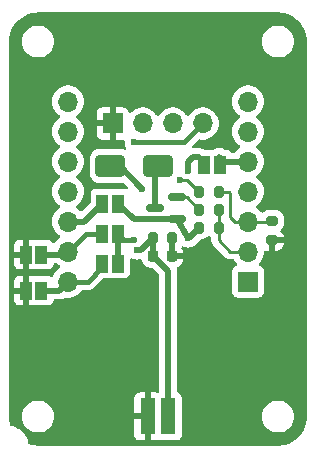
<source format=gbl>
G04 #@! TF.GenerationSoftware,KiCad,Pcbnew,7.0.5-0*
G04 #@! TF.CreationDate,2024-01-10T22:08:28+09:00*
G04 #@! TF.ProjectId,Misawa_DistanceSensor,4d697361-7761-45f4-9469-7374616e6365,v0.3*
G04 #@! TF.SameCoordinates,Original*
G04 #@! TF.FileFunction,Copper,L2,Bot*
G04 #@! TF.FilePolarity,Positive*
%FSLAX46Y46*%
G04 Gerber Fmt 4.6, Leading zero omitted, Abs format (unit mm)*
G04 Created by KiCad (PCBNEW 7.0.5-0) date 2024-01-10 22:08:28*
%MOMM*%
%LPD*%
G01*
G04 APERTURE LIST*
G04 Aperture macros list*
%AMRoundRect*
0 Rectangle with rounded corners*
0 $1 Rounding radius*
0 $2 $3 $4 $5 $6 $7 $8 $9 X,Y pos of 4 corners*
0 Add a 4 corners polygon primitive as box body*
4,1,4,$2,$3,$4,$5,$6,$7,$8,$9,$2,$3,0*
0 Add four circle primitives for the rounded corners*
1,1,$1+$1,$2,$3*
1,1,$1+$1,$4,$5*
1,1,$1+$1,$6,$7*
1,1,$1+$1,$8,$9*
0 Add four rect primitives between the rounded corners*
20,1,$1+$1,$2,$3,$4,$5,0*
20,1,$1+$1,$4,$5,$6,$7,0*
20,1,$1+$1,$6,$7,$8,$9,0*
20,1,$1+$1,$8,$9,$2,$3,0*%
G04 Aperture macros list end*
G04 #@! TA.AperFunction,ComponentPad*
%ADD10R,1.700000X1.700000*%
G04 #@! TD*
G04 #@! TA.AperFunction,ComponentPad*
%ADD11O,1.700000X1.700000*%
G04 #@! TD*
G04 #@! TA.AperFunction,SMDPad,CuDef*
%ADD12RoundRect,0.200000X-0.200000X-0.275000X0.200000X-0.275000X0.200000X0.275000X-0.200000X0.275000X0*%
G04 #@! TD*
G04 #@! TA.AperFunction,SMDPad,CuDef*
%ADD13R,1.000000X1.500000*%
G04 #@! TD*
G04 #@! TA.AperFunction,SMDPad,CuDef*
%ADD14RoundRect,0.225000X-0.225000X-0.250000X0.225000X-0.250000X0.225000X0.250000X-0.225000X0.250000X0*%
G04 #@! TD*
G04 #@! TA.AperFunction,SMDPad,CuDef*
%ADD15RoundRect,0.250000X-1.000000X-0.650000X1.000000X-0.650000X1.000000X0.650000X-1.000000X0.650000X0*%
G04 #@! TD*
G04 #@! TA.AperFunction,SMDPad,CuDef*
%ADD16RoundRect,0.200000X0.200000X0.275000X-0.200000X0.275000X-0.200000X-0.275000X0.200000X-0.275000X0*%
G04 #@! TD*
G04 #@! TA.AperFunction,SMDPad,CuDef*
%ADD17RoundRect,0.200000X-0.275000X0.200000X-0.275000X-0.200000X0.275000X-0.200000X0.275000X0.200000X0*%
G04 #@! TD*
G04 #@! TA.AperFunction,SMDPad,CuDef*
%ADD18RoundRect,0.150000X0.587500X0.150000X-0.587500X0.150000X-0.587500X-0.150000X0.587500X-0.150000X0*%
G04 #@! TD*
G04 #@! TA.AperFunction,SMDPad,CuDef*
%ADD19R,1.250000X3.050000*%
G04 #@! TD*
G04 #@! TA.AperFunction,ViaPad*
%ADD20C,0.600000*%
G04 #@! TD*
G04 #@! TA.AperFunction,Conductor*
%ADD21C,0.500000*%
G04 #@! TD*
G04 #@! TA.AperFunction,Conductor*
%ADD22C,0.250000*%
G04 #@! TD*
G04 #@! TA.AperFunction,Conductor*
%ADD23C,0.400000*%
G04 #@! TD*
G04 APERTURE END LIST*
D10*
X124320000Y-119030000D03*
D11*
X124320000Y-116490000D03*
X124320000Y-113950000D03*
X124320000Y-111410000D03*
X124320000Y-108870000D03*
X124320000Y-106330000D03*
X124320000Y-103790000D03*
X109080000Y-103790000D03*
X109080000Y-106330000D03*
X109080000Y-108870000D03*
X109080000Y-111410000D03*
X109080000Y-113950000D03*
X109080000Y-116490000D03*
X109080000Y-119030000D03*
D12*
X120193000Y-114458000D03*
X121843000Y-114458000D03*
X120193000Y-112934000D03*
X121843000Y-112934000D03*
D13*
X113286000Y-112426000D03*
X111986000Y-112426000D03*
D12*
X116256000Y-115347000D03*
X117906000Y-115347000D03*
D14*
X116293000Y-116871000D03*
X117843000Y-116871000D03*
D13*
X113286000Y-117506000D03*
X111986000Y-117506000D03*
X113286000Y-114966000D03*
X111986000Y-114966000D03*
D15*
X112668000Y-109251000D03*
X116668000Y-109251000D03*
D16*
X121843000Y-111410000D03*
X120193000Y-111410000D03*
D17*
X126352000Y-113887000D03*
X126352000Y-115537000D03*
D18*
X118272500Y-111857000D03*
X118272500Y-113757000D03*
X116397500Y-112807000D03*
D13*
X106809000Y-116744000D03*
X105509000Y-116744000D03*
X106824000Y-119792000D03*
X105524000Y-119792000D03*
X121922000Y-109124000D03*
X120622000Y-109124000D03*
D10*
X112850000Y-105650000D03*
D11*
X115390000Y-105650000D03*
X117930000Y-105650000D03*
X120470000Y-105650000D03*
D19*
X117575000Y-130457000D03*
X115825000Y-130457000D03*
D20*
X126352000Y-118014000D03*
X128130000Y-113950000D03*
X128130000Y-122840000D03*
X105270000Y-108870000D03*
X128130000Y-101250000D03*
X105270000Y-105060000D03*
X105397000Y-114331000D03*
X120764000Y-116871000D03*
X110350000Y-130460000D03*
X128130000Y-105060000D03*
X128130000Y-117760000D03*
X114414000Y-130457000D03*
X128130000Y-108870000D03*
X105270000Y-122840000D03*
X123050000Y-130460000D03*
X105397000Y-118268000D03*
X106413000Y-111918000D03*
X123050000Y-126650000D03*
X110350000Y-126650000D03*
X105270000Y-101250000D03*
X114922000Y-116363000D03*
X115347500Y-111156000D03*
X119240000Y-109632000D03*
X119240000Y-115347000D03*
X114668000Y-115474000D03*
X114668000Y-107219000D03*
X118510500Y-110394000D03*
D21*
X105524000Y-119792000D02*
X105524000Y-122586000D01*
X105509000Y-116744000D02*
X105509000Y-118156000D01*
X105509000Y-118156000D02*
X105397000Y-118268000D01*
X117906000Y-115347000D02*
X117906000Y-116808000D01*
D22*
X126352000Y-115537000D02*
X126352000Y-118014000D01*
D21*
X117843000Y-116871000D02*
X120764000Y-116871000D01*
X117906000Y-116808000D02*
X117843000Y-116871000D01*
X105524000Y-122586000D02*
X105270000Y-122840000D01*
X115825000Y-130457000D02*
X114414000Y-130457000D01*
X114922000Y-116363000D02*
X115240000Y-116363000D01*
X116293000Y-116871000D02*
X117575000Y-118153000D01*
X116256000Y-115347000D02*
X116256000Y-116834000D01*
X117575000Y-118153000D02*
X117575000Y-130457000D01*
X115240000Y-116363000D02*
X116256000Y-115347000D01*
X113442500Y-109251000D02*
X115347500Y-111156000D01*
X116256000Y-116834000D02*
X116293000Y-116871000D01*
X112668000Y-109251000D02*
X113442500Y-109251000D01*
X116397500Y-112807000D02*
X116397500Y-109521500D01*
X116397500Y-109521500D02*
X116668000Y-109251000D01*
D22*
X118333500Y-111918000D02*
X118272500Y-111857000D01*
X119116000Y-111857000D02*
X120193000Y-112934000D01*
X118272500Y-111857000D02*
X119116000Y-111857000D01*
X118338500Y-113823000D02*
X118272500Y-113757000D01*
D21*
X120193000Y-114331000D02*
X120193000Y-114394000D01*
X119240000Y-115347000D02*
X119304000Y-115347000D01*
X119621000Y-108489000D02*
X120193000Y-108489000D01*
X113337000Y-112426000D02*
X114668000Y-113757000D01*
X113286000Y-112426000D02*
X113337000Y-112426000D01*
X119240000Y-115347000D02*
X118272500Y-113757000D01*
X119304000Y-115347000D02*
X120193000Y-114458000D01*
X119240000Y-108870000D02*
X119621000Y-108489000D01*
X119240000Y-109632000D02*
X119240000Y-108870000D01*
X119240000Y-115347000D02*
X119240000Y-115258500D01*
X114668000Y-113757000D02*
X118272500Y-113757000D01*
D22*
X121843000Y-115537000D02*
X121843000Y-114458000D01*
X124320000Y-116490000D02*
X122796000Y-116490000D01*
X121843000Y-114458000D02*
X121843000Y-112934000D01*
X122796000Y-116490000D02*
X121843000Y-115537000D01*
X122669000Y-111410000D02*
X121843000Y-111410000D01*
X126289000Y-113950000D02*
X126352000Y-113887000D01*
X122796000Y-111537000D02*
X122669000Y-111410000D01*
X124320000Y-113950000D02*
X126289000Y-113950000D01*
X123177000Y-113950000D02*
X122796000Y-113569000D01*
X122796000Y-113569000D02*
X122796000Y-111537000D01*
X124320000Y-113950000D02*
X123177000Y-113950000D01*
D21*
X108318000Y-119792000D02*
X109080000Y-119030000D01*
D23*
X110731000Y-119030000D02*
X111986000Y-117775000D01*
X111986000Y-117775000D02*
X111986000Y-117506000D01*
X109080000Y-119030000D02*
X110731000Y-119030000D01*
D21*
X106824000Y-119792000D02*
X108318000Y-119792000D01*
X108826000Y-116744000D02*
X109080000Y-116490000D01*
D23*
X110604000Y-114966000D02*
X111986000Y-114966000D01*
D21*
X106809000Y-116744000D02*
X108826000Y-116744000D01*
D23*
X109080000Y-116490000D02*
X110604000Y-114966000D01*
D21*
X124320000Y-108870000D02*
X122224000Y-108870000D01*
X122224000Y-108870000D02*
X121843000Y-108489000D01*
D23*
X114668000Y-115474000D02*
X113794000Y-115474000D01*
X113794000Y-115474000D02*
X113286000Y-114966000D01*
D21*
X113286000Y-117506000D02*
X113286000Y-114966000D01*
D23*
X114668000Y-107219000D02*
X118901000Y-107219000D01*
X118901000Y-107219000D02*
X120470000Y-105650000D01*
D21*
X109080000Y-113950000D02*
X110462000Y-113950000D01*
X110462000Y-113950000D02*
X111986000Y-112426000D01*
D22*
X119177000Y-110394000D02*
X120193000Y-111410000D01*
X118510500Y-110394000D02*
X119177000Y-110394000D01*
G04 #@! TA.AperFunction,Conductor*
G36*
X126815019Y-96247237D02*
G01*
X126815049Y-96247242D01*
X126835469Y-96247242D01*
X126858097Y-96247242D01*
X126861900Y-96247356D01*
X127153055Y-96264968D01*
X127160597Y-96265884D01*
X127445639Y-96318120D01*
X127453012Y-96319937D01*
X127724439Y-96404518D01*
X127729667Y-96406147D01*
X127736777Y-96408843D01*
X128001031Y-96527774D01*
X128007763Y-96531308D01*
X128255756Y-96681225D01*
X128262004Y-96685539D01*
X128490118Y-96864254D01*
X128495800Y-96869288D01*
X128700710Y-97074198D01*
X128705746Y-97079882D01*
X128796021Y-97195110D01*
X128884456Y-97307989D01*
X128888776Y-97314247D01*
X128916133Y-97359500D01*
X129038691Y-97562236D01*
X129042228Y-97568974D01*
X129160873Y-97832593D01*
X129161152Y-97833212D01*
X129163852Y-97840332D01*
X129250060Y-98116982D01*
X129251883Y-98124376D01*
X129304114Y-98409395D01*
X129305032Y-98416954D01*
X129322643Y-98708097D01*
X129322758Y-98711902D01*
X129322758Y-98734535D01*
X129324500Y-130448359D01*
X129324500Y-130458097D01*
X129324385Y-130461902D01*
X129306761Y-130753255D01*
X129305843Y-130760814D01*
X129253574Y-131046039D01*
X129251752Y-131053432D01*
X129165481Y-131330285D01*
X129162781Y-131337406D01*
X129043773Y-131601827D01*
X129040234Y-131608569D01*
X128890217Y-131856731D01*
X128885891Y-131862999D01*
X128707053Y-132091268D01*
X128702004Y-132096967D01*
X128496967Y-132302004D01*
X128491268Y-132307053D01*
X128262999Y-132485891D01*
X128256731Y-132490217D01*
X128008569Y-132640234D01*
X128001827Y-132643773D01*
X127836304Y-132718270D01*
X127763389Y-132751087D01*
X127737406Y-132762781D01*
X127730285Y-132765481D01*
X127453432Y-132851752D01*
X127446039Y-132853574D01*
X127160814Y-132905843D01*
X127153255Y-132906761D01*
X126898975Y-132922142D01*
X126861900Y-132924385D01*
X126858097Y-132924500D01*
X106541903Y-132924500D01*
X106538099Y-132924385D01*
X106494246Y-132921732D01*
X106246744Y-132906761D01*
X106239185Y-132905843D01*
X106056466Y-132872358D01*
X105953956Y-132853573D01*
X105946566Y-132851751D01*
X105807543Y-132808430D01*
X105748457Y-132769067D01*
X105722187Y-132716173D01*
X105705662Y-132643773D01*
X105669434Y-132485048D01*
X105574039Y-132241983D01*
X105452025Y-132030649D01*
X105443483Y-132015854D01*
X105319190Y-131859996D01*
X105280679Y-131811704D01*
X105089268Y-131634101D01*
X105089171Y-131634035D01*
X104922488Y-131520391D01*
X104873526Y-131487009D01*
X104873523Y-131487008D01*
X104873521Y-131487006D01*
X104873520Y-131487005D01*
X104638270Y-131373716D01*
X104638263Y-131373713D01*
X104388765Y-131296753D01*
X104388755Y-131296751D01*
X104293988Y-131282467D01*
X104229609Y-131252535D01*
X104192474Y-131195360D01*
X104148243Y-131053417D01*
X104146429Y-131046055D01*
X104094155Y-130760807D01*
X104093239Y-130753265D01*
X104075613Y-130461869D01*
X104075557Y-130460000D01*
X105184341Y-130460000D01*
X105204937Y-130695411D01*
X105266096Y-130923661D01*
X105266098Y-130923665D01*
X105365966Y-131137832D01*
X105501498Y-131331392D01*
X105501502Y-131331397D01*
X105501505Y-131331401D01*
X105668599Y-131498495D01*
X105668603Y-131498498D01*
X105668607Y-131498501D01*
X105862167Y-131634033D01*
X105862166Y-131634033D01*
X105938304Y-131669536D01*
X106076337Y-131733903D01*
X106304592Y-131795063D01*
X106481034Y-131810500D01*
X106481041Y-131810500D01*
X106598959Y-131810500D01*
X106598966Y-131810500D01*
X106775408Y-131795063D01*
X107003663Y-131733903D01*
X107217829Y-131634035D01*
X107411401Y-131498495D01*
X107578495Y-131331401D01*
X107714035Y-131137830D01*
X107813903Y-130923663D01*
X107870885Y-130711000D01*
X114692000Y-130711000D01*
X114692000Y-132030597D01*
X114698505Y-132091093D01*
X114749555Y-132227964D01*
X114749555Y-132227965D01*
X114837095Y-132344904D01*
X114954034Y-132432444D01*
X115090906Y-132483494D01*
X115151402Y-132489999D01*
X115151415Y-132490000D01*
X115571000Y-132490000D01*
X115571000Y-130711000D01*
X114692000Y-130711000D01*
X107870885Y-130711000D01*
X107875063Y-130695408D01*
X107895659Y-130460000D01*
X107875063Y-130224592D01*
X107869278Y-130203000D01*
X114692000Y-130203000D01*
X115571000Y-130203000D01*
X115571000Y-128424000D01*
X115151402Y-128424000D01*
X115090906Y-128430505D01*
X114954035Y-128481555D01*
X114954034Y-128481555D01*
X114837095Y-128569095D01*
X114749555Y-128686034D01*
X114749555Y-128686035D01*
X114698505Y-128822906D01*
X114692000Y-128883402D01*
X114692000Y-130203000D01*
X107869278Y-130203000D01*
X107813903Y-129996337D01*
X107714035Y-129782171D01*
X107714034Y-129782169D01*
X107714033Y-129782167D01*
X107578501Y-129588607D01*
X107578497Y-129588602D01*
X107578495Y-129588599D01*
X107411401Y-129421505D01*
X107411397Y-129421502D01*
X107411392Y-129421498D01*
X107217832Y-129285966D01*
X107217833Y-129285966D01*
X107003665Y-129186098D01*
X107003661Y-129186096D01*
X106775411Y-129124937D01*
X106722475Y-129120305D01*
X106598966Y-129109500D01*
X106481034Y-129109500D01*
X106368752Y-129119323D01*
X106304588Y-129124937D01*
X106076338Y-129186096D01*
X106076334Y-129186098D01*
X105862167Y-129285966D01*
X105668607Y-129421498D01*
X105668596Y-129421507D01*
X105501507Y-129588596D01*
X105501502Y-129588602D01*
X105365965Y-129782169D01*
X105266098Y-129996334D01*
X105266096Y-129996338D01*
X105204937Y-130224588D01*
X105184341Y-130460000D01*
X104075557Y-130460000D01*
X104075500Y-130458126D01*
X104075500Y-130435469D01*
X104075500Y-120046000D01*
X104516000Y-120046000D01*
X104516000Y-120590597D01*
X104522505Y-120651093D01*
X104573555Y-120787964D01*
X104573555Y-120787965D01*
X104661095Y-120904904D01*
X104778034Y-120992444D01*
X104914906Y-121043494D01*
X104975402Y-121049999D01*
X104975415Y-121050000D01*
X105270000Y-121050000D01*
X105270000Y-120046000D01*
X104516000Y-120046000D01*
X104075500Y-120046000D01*
X104075500Y-119538000D01*
X104516000Y-119538000D01*
X105270000Y-119538000D01*
X105270000Y-118534000D01*
X104975402Y-118534000D01*
X104914906Y-118540505D01*
X104778035Y-118591555D01*
X104778034Y-118591555D01*
X104661095Y-118679095D01*
X104573555Y-118796034D01*
X104573555Y-118796035D01*
X104522505Y-118932906D01*
X104516000Y-118993402D01*
X104516000Y-119538000D01*
X104075500Y-119538000D01*
X104075500Y-116998000D01*
X104501000Y-116998000D01*
X104501000Y-117542597D01*
X104507505Y-117603093D01*
X104558555Y-117739964D01*
X104558555Y-117739965D01*
X104646095Y-117856904D01*
X104763034Y-117944444D01*
X104899906Y-117995494D01*
X104960402Y-118001999D01*
X104960415Y-118002000D01*
X105255000Y-118002000D01*
X105763000Y-118002000D01*
X106057585Y-118002000D01*
X106057597Y-118001999D01*
X106118094Y-117995494D01*
X106125770Y-117993681D01*
X106126333Y-117996065D01*
X106185059Y-117991862D01*
X106196309Y-117995164D01*
X106199798Y-117995989D01*
X106260350Y-118002499D01*
X106260355Y-118002499D01*
X106260362Y-118002500D01*
X106260368Y-118002500D01*
X107357632Y-118002500D01*
X107357638Y-118002500D01*
X107357645Y-118002499D01*
X107357649Y-118002499D01*
X107418196Y-117995990D01*
X107418199Y-117995989D01*
X107418201Y-117995989D01*
X107555204Y-117944889D01*
X107555799Y-117944444D01*
X107672261Y-117857261D01*
X107759887Y-117740207D01*
X107759887Y-117740206D01*
X107759889Y-117740204D01*
X107810989Y-117603201D01*
X107810989Y-117603199D01*
X107811859Y-117599522D01*
X107813316Y-117596963D01*
X107813744Y-117595816D01*
X107813929Y-117595885D01*
X107846991Y-117537827D01*
X107909901Y-117504921D01*
X107934481Y-117502500D01*
X108125830Y-117502500D01*
X108193951Y-117522502D01*
X108203221Y-117529069D01*
X108298464Y-117603200D01*
X108334424Y-117631189D01*
X108367680Y-117649186D01*
X108418071Y-117699200D01*
X108433423Y-117768516D01*
X108408862Y-117835129D01*
X108367680Y-117870813D01*
X108334426Y-117888810D01*
X108334424Y-117888811D01*
X108156762Y-118027091D01*
X108004279Y-118192729D01*
X108004275Y-118192734D01*
X107881139Y-118381209D01*
X107798749Y-118569040D01*
X107753068Y-118623388D01*
X107685256Y-118644412D01*
X107616842Y-118625436D01*
X107607853Y-118619294D01*
X107570207Y-118591112D01*
X107570202Y-118591110D01*
X107433204Y-118540011D01*
X107433196Y-118540009D01*
X107372649Y-118533500D01*
X107372638Y-118533500D01*
X106275362Y-118533500D01*
X106275350Y-118533500D01*
X106214804Y-118540009D01*
X106207133Y-118541823D01*
X106206663Y-118539836D01*
X106146486Y-118544133D01*
X106138398Y-118541758D01*
X106133096Y-118540505D01*
X106072597Y-118534000D01*
X105778000Y-118534000D01*
X105778000Y-121050000D01*
X106072585Y-121050000D01*
X106072597Y-121049999D01*
X106133094Y-121043494D01*
X106140770Y-121041681D01*
X106141333Y-121044065D01*
X106200059Y-121039862D01*
X106211309Y-121043164D01*
X106214798Y-121043989D01*
X106275350Y-121050499D01*
X106275355Y-121050499D01*
X106275362Y-121050500D01*
X106275368Y-121050500D01*
X107372632Y-121050500D01*
X107372638Y-121050500D01*
X107372645Y-121050499D01*
X107372649Y-121050499D01*
X107433196Y-121043990D01*
X107433199Y-121043989D01*
X107433201Y-121043989D01*
X107570204Y-120992889D01*
X107570799Y-120992444D01*
X107687261Y-120905261D01*
X107774887Y-120788207D01*
X107774887Y-120788206D01*
X107774889Y-120788204D01*
X107825989Y-120651201D01*
X107825989Y-120651199D01*
X107826859Y-120647522D01*
X107828316Y-120644963D01*
X107828744Y-120643816D01*
X107828929Y-120643885D01*
X107861991Y-120585827D01*
X107924901Y-120552921D01*
X107949481Y-120550500D01*
X108253559Y-120550500D01*
X108271819Y-120551830D01*
X108276715Y-120552547D01*
X108295789Y-120555341D01*
X108329146Y-120552422D01*
X108348385Y-120550740D01*
X108353878Y-120550500D01*
X108362175Y-120550500D01*
X108362180Y-120550500D01*
X108384230Y-120547922D01*
X108394182Y-120546759D01*
X108395985Y-120546574D01*
X108472426Y-120539887D01*
X108472430Y-120539885D01*
X108479618Y-120538402D01*
X108479631Y-120538468D01*
X108486987Y-120536836D01*
X108486972Y-120536771D01*
X108494102Y-120535080D01*
X108494113Y-120535079D01*
X108566239Y-120508826D01*
X108567862Y-120508261D01*
X108640738Y-120484114D01*
X108640747Y-120484108D01*
X108647389Y-120481012D01*
X108647418Y-120481074D01*
X108654203Y-120477789D01*
X108654173Y-120477729D01*
X108660724Y-120474437D01*
X108660732Y-120474435D01*
X108724883Y-120432240D01*
X108726348Y-120431307D01*
X108791651Y-120391030D01*
X108791654Y-120391026D01*
X108792064Y-120390774D01*
X108860543Y-120372038D01*
X108878938Y-120373733D01*
X108967431Y-120388500D01*
X108967435Y-120388500D01*
X109192565Y-120388500D01*
X109192569Y-120388500D01*
X109414635Y-120351444D01*
X109627574Y-120278342D01*
X109825576Y-120171189D01*
X110003240Y-120032906D01*
X110155722Y-119867268D01*
X110202554Y-119795585D01*
X110256558Y-119749496D01*
X110308038Y-119738500D01*
X110707685Y-119738500D01*
X110711488Y-119738614D01*
X110774093Y-119742402D01*
X110835812Y-119731091D01*
X110839525Y-119730526D01*
X110901801Y-119722965D01*
X110911330Y-119719350D01*
X110933304Y-119713226D01*
X110943329Y-119711389D01*
X111000552Y-119685634D01*
X111004009Y-119684202D01*
X111062675Y-119661954D01*
X111071066Y-119656161D01*
X111090922Y-119644961D01*
X111100226Y-119640775D01*
X111149636Y-119602063D01*
X111152621Y-119599867D01*
X111204273Y-119564215D01*
X111245888Y-119517239D01*
X111248457Y-119514511D01*
X111961565Y-118801404D01*
X112023878Y-118767379D01*
X112050661Y-118764500D01*
X112534632Y-118764500D01*
X112534638Y-118764500D01*
X112595201Y-118757989D01*
X112595204Y-118757987D01*
X112602878Y-118756175D01*
X112603399Y-118758382D01*
X112662754Y-118754123D01*
X112672304Y-118756926D01*
X112676803Y-118757990D01*
X112737350Y-118764499D01*
X112737355Y-118764499D01*
X112737362Y-118764500D01*
X112737368Y-118764500D01*
X113834632Y-118764500D01*
X113834638Y-118764500D01*
X113834645Y-118764499D01*
X113834649Y-118764499D01*
X113895196Y-118757990D01*
X113895199Y-118757989D01*
X113895201Y-118757989D01*
X113900065Y-118756175D01*
X113914045Y-118750960D01*
X114032204Y-118706889D01*
X114069333Y-118679095D01*
X114149261Y-118619261D01*
X114236887Y-118502207D01*
X114236887Y-118502206D01*
X114236889Y-118502204D01*
X114287989Y-118365201D01*
X114294500Y-118304638D01*
X114294500Y-117151552D01*
X114314502Y-117083431D01*
X114368158Y-117036938D01*
X114438432Y-117026834D01*
X114487534Y-117044864D01*
X114568985Y-117096043D01*
X114740953Y-117156217D01*
X114922000Y-117176616D01*
X115103047Y-117156217D01*
X115168693Y-117133246D01*
X115213956Y-117126229D01*
X115217781Y-117126339D01*
X115217789Y-117126341D01*
X115217796Y-117126340D01*
X115219922Y-117126402D01*
X115287435Y-117148370D01*
X115332353Y-117203351D01*
X115341617Y-117239540D01*
X115344763Y-117270333D01*
X115344764Y-117270336D01*
X115398698Y-117433101D01*
X115444756Y-117507772D01*
X115488715Y-117579040D01*
X115488720Y-117579046D01*
X115609953Y-117700279D01*
X115609959Y-117700284D01*
X115609960Y-117700285D01*
X115755899Y-117790302D01*
X115918664Y-117844236D01*
X115938756Y-117846288D01*
X116019120Y-117854500D01*
X116019128Y-117854500D01*
X116151628Y-117854500D01*
X116219749Y-117874502D01*
X116240723Y-117891404D01*
X116779595Y-118430275D01*
X116813620Y-118492588D01*
X116816500Y-118519371D01*
X116816500Y-128345037D01*
X116796498Y-128413158D01*
X116742842Y-128459651D01*
X116672568Y-128469755D01*
X116646469Y-128463093D01*
X116559095Y-128430505D01*
X116559096Y-128430505D01*
X116498597Y-128424000D01*
X116079000Y-128424000D01*
X116079000Y-132490000D01*
X116498585Y-132490000D01*
X116498597Y-132489999D01*
X116559092Y-132483494D01*
X116655252Y-132447629D01*
X116726068Y-132442564D01*
X116743318Y-132447630D01*
X116840795Y-132483988D01*
X116840803Y-132483990D01*
X116901350Y-132490499D01*
X116901355Y-132490499D01*
X116901362Y-132490500D01*
X116901368Y-132490500D01*
X118248632Y-132490500D01*
X118248638Y-132490500D01*
X118248645Y-132490499D01*
X118248649Y-132490499D01*
X118309196Y-132483990D01*
X118309199Y-132483989D01*
X118309201Y-132483989D01*
X118446204Y-132432889D01*
X118446799Y-132432444D01*
X118563261Y-132345261D01*
X118650887Y-132228207D01*
X118650887Y-132228206D01*
X118650889Y-132228204D01*
X118701989Y-132091201D01*
X118703926Y-132073190D01*
X118708499Y-132030649D01*
X118708500Y-132030632D01*
X118708500Y-130460000D01*
X125504341Y-130460000D01*
X125524937Y-130695411D01*
X125586096Y-130923661D01*
X125586098Y-130923665D01*
X125685966Y-131137832D01*
X125821498Y-131331392D01*
X125821502Y-131331397D01*
X125821505Y-131331401D01*
X125988599Y-131498495D01*
X125988603Y-131498498D01*
X125988607Y-131498501D01*
X126182167Y-131634033D01*
X126182166Y-131634033D01*
X126258304Y-131669536D01*
X126396337Y-131733903D01*
X126624592Y-131795063D01*
X126801034Y-131810500D01*
X126801041Y-131810500D01*
X126918959Y-131810500D01*
X126918966Y-131810500D01*
X127095408Y-131795063D01*
X127323663Y-131733903D01*
X127537829Y-131634035D01*
X127731401Y-131498495D01*
X127898495Y-131331401D01*
X128034035Y-131137830D01*
X128133903Y-130923663D01*
X128195063Y-130695408D01*
X128215659Y-130460000D01*
X128195063Y-130224592D01*
X128133903Y-129996337D01*
X128034035Y-129782171D01*
X128034034Y-129782169D01*
X128034033Y-129782167D01*
X127898501Y-129588607D01*
X127898497Y-129588602D01*
X127898495Y-129588599D01*
X127731401Y-129421505D01*
X127731397Y-129421502D01*
X127731392Y-129421498D01*
X127537832Y-129285966D01*
X127537833Y-129285966D01*
X127323665Y-129186098D01*
X127323661Y-129186096D01*
X127095411Y-129124937D01*
X127042475Y-129120305D01*
X126918966Y-129109500D01*
X126801034Y-129109500D01*
X126688752Y-129119323D01*
X126624588Y-129124937D01*
X126396338Y-129186096D01*
X126396334Y-129186098D01*
X126182167Y-129285966D01*
X125988607Y-129421498D01*
X125988596Y-129421507D01*
X125821507Y-129588596D01*
X125821502Y-129588602D01*
X125685965Y-129782169D01*
X125586098Y-129996334D01*
X125586096Y-129996338D01*
X125524937Y-130224588D01*
X125504341Y-130460000D01*
X118708500Y-130460000D01*
X118708500Y-128883367D01*
X118708499Y-128883350D01*
X118701990Y-128822803D01*
X118701988Y-128822795D01*
X118650978Y-128686035D01*
X118650889Y-128685796D01*
X118650888Y-128685794D01*
X118650887Y-128685792D01*
X118563261Y-128568738D01*
X118446207Y-128481112D01*
X118446204Y-128481111D01*
X118415466Y-128469646D01*
X118358631Y-128427099D01*
X118333821Y-128360578D01*
X118333500Y-128351591D01*
X118333500Y-118217441D01*
X118334830Y-118199182D01*
X118335940Y-118191600D01*
X118338341Y-118175211D01*
X118335875Y-118147027D01*
X118333740Y-118122614D01*
X118333500Y-118117121D01*
X118333500Y-118108813D01*
X118329759Y-118076822D01*
X118329575Y-118075033D01*
X118322887Y-117998574D01*
X118322885Y-117998570D01*
X118321403Y-117991388D01*
X118321469Y-117991374D01*
X118319837Y-117984012D01*
X118319772Y-117984028D01*
X118318080Y-117976890D01*
X118308336Y-117950119D01*
X118303833Y-117879266D01*
X118338350Y-117817225D01*
X118373496Y-117792825D01*
X118379891Y-117789843D01*
X118525728Y-117699890D01*
X118525734Y-117699885D01*
X118646885Y-117578734D01*
X118646890Y-117578728D01*
X118736847Y-117432884D01*
X118790742Y-117270241D01*
X118790744Y-117270229D01*
X118800999Y-117169852D01*
X118801000Y-117169852D01*
X118801000Y-117125000D01*
X117715000Y-117125000D01*
X117646879Y-117104998D01*
X117600386Y-117051342D01*
X117589000Y-116999000D01*
X117589000Y-115963191D01*
X117609002Y-115895070D01*
X117625905Y-115874096D01*
X117652000Y-115848001D01*
X117652000Y-115219000D01*
X117672002Y-115150879D01*
X117725658Y-115104386D01*
X117778000Y-115093000D01*
X118034000Y-115093000D01*
X118102121Y-115113002D01*
X118148614Y-115166658D01*
X118160000Y-115219000D01*
X118160000Y-116254808D01*
X118139998Y-116322929D01*
X118123096Y-116343903D01*
X118097000Y-116369999D01*
X118097000Y-116617000D01*
X118801000Y-116617000D01*
X118801000Y-116572147D01*
X118790744Y-116471770D01*
X118790742Y-116471758D01*
X118736847Y-116309115D01*
X118695484Y-116242055D01*
X118676747Y-116173576D01*
X118698006Y-116105837D01*
X118752513Y-116060345D01*
X118822962Y-116051544D01*
X118869761Y-116069221D01*
X118884150Y-116078261D01*
X118886985Y-116080043D01*
X119058953Y-116140217D01*
X119240000Y-116160616D01*
X119421047Y-116140217D01*
X119593015Y-116080043D01*
X119747281Y-115983111D01*
X119876111Y-115854281D01*
X119879903Y-115848244D01*
X119897491Y-115826188D01*
X120245278Y-115478401D01*
X120307588Y-115444378D01*
X120334371Y-115441499D01*
X120450262Y-115441499D01*
X120450264Y-115441499D01*
X120521649Y-115435013D01*
X120685913Y-115383827D01*
X120833155Y-115294816D01*
X120863404Y-115264567D01*
X120928905Y-115199067D01*
X120991217Y-115165041D01*
X121062032Y-115170106D01*
X121107095Y-115199067D01*
X121172595Y-115264567D01*
X121206621Y-115326879D01*
X121209500Y-115353662D01*
X121209500Y-115453146D01*
X121207751Y-115468988D01*
X121208044Y-115469016D01*
X121207298Y-115476908D01*
X121209469Y-115545974D01*
X121209500Y-115547953D01*
X121209500Y-115576851D01*
X121209501Y-115576872D01*
X121210378Y-115583820D01*
X121210844Y-115589732D01*
X121212326Y-115636888D01*
X121212327Y-115636893D01*
X121217977Y-115656339D01*
X121221986Y-115675697D01*
X121224525Y-115695793D01*
X121224526Y-115695799D01*
X121241893Y-115739662D01*
X121243816Y-115745279D01*
X121256982Y-115790593D01*
X121267294Y-115808031D01*
X121275988Y-115825779D01*
X121283444Y-115844609D01*
X121283450Y-115844620D01*
X121311177Y-115882783D01*
X121314437Y-115887746D01*
X121338460Y-115928365D01*
X121352779Y-115942684D01*
X121365617Y-115957714D01*
X121368882Y-115962207D01*
X121377528Y-115974107D01*
X121391300Y-115985500D01*
X121413886Y-116004185D01*
X121418267Y-116008171D01*
X121855094Y-116444998D01*
X122288753Y-116878657D01*
X122298720Y-116891097D01*
X122298947Y-116890910D01*
X122303999Y-116897017D01*
X122354388Y-116944335D01*
X122355777Y-116945681D01*
X122376231Y-116966135D01*
X122381770Y-116970431D01*
X122386282Y-116974285D01*
X122420678Y-117006585D01*
X122420682Y-117006588D01*
X122438430Y-117016345D01*
X122454957Y-117027201D01*
X122470960Y-117039614D01*
X122514259Y-117058351D01*
X122519585Y-117060960D01*
X122560935Y-117083693D01*
X122560938Y-117083694D01*
X122560940Y-117083695D01*
X122580562Y-117088733D01*
X122599263Y-117095135D01*
X122611814Y-117100567D01*
X122617852Y-117103180D01*
X122617853Y-117103180D01*
X122617855Y-117103181D01*
X122664477Y-117110564D01*
X122670262Y-117111763D01*
X122715970Y-117123500D01*
X122736224Y-117123500D01*
X122755934Y-117125051D01*
X122758141Y-117125400D01*
X122775943Y-117128220D01*
X122810007Y-117125000D01*
X122822917Y-117123780D01*
X122828850Y-117123500D01*
X123042962Y-117123500D01*
X123111083Y-117143502D01*
X123148445Y-117180585D01*
X123244275Y-117327265D01*
X123244280Y-117327270D01*
X123387475Y-117482820D01*
X123418896Y-117546485D01*
X123410909Y-117617031D01*
X123366051Y-117672060D01*
X123338807Y-117686213D01*
X123223797Y-117729110D01*
X123223792Y-117729112D01*
X123106738Y-117816738D01*
X123019112Y-117933792D01*
X123019110Y-117933797D01*
X122968011Y-118070795D01*
X122968009Y-118070803D01*
X122961500Y-118131350D01*
X122961500Y-119928649D01*
X122968009Y-119989196D01*
X122968011Y-119989204D01*
X123019110Y-120126202D01*
X123019112Y-120126207D01*
X123106738Y-120243261D01*
X123223792Y-120330887D01*
X123223794Y-120330888D01*
X123223796Y-120330889D01*
X123278900Y-120351442D01*
X123360795Y-120381988D01*
X123360803Y-120381990D01*
X123421350Y-120388499D01*
X123421355Y-120388499D01*
X123421362Y-120388500D01*
X123421368Y-120388500D01*
X125218632Y-120388500D01*
X125218638Y-120388500D01*
X125218645Y-120388499D01*
X125218649Y-120388499D01*
X125279196Y-120381990D01*
X125279199Y-120381989D01*
X125279201Y-120381989D01*
X125416204Y-120330889D01*
X125486399Y-120278342D01*
X125533261Y-120243261D01*
X125620887Y-120126207D01*
X125620887Y-120126206D01*
X125620889Y-120126204D01*
X125671989Y-119989201D01*
X125678500Y-119928638D01*
X125678500Y-118131362D01*
X125677560Y-118122614D01*
X125671990Y-118070803D01*
X125671988Y-118070795D01*
X125626977Y-117950119D01*
X125620889Y-117933796D01*
X125620888Y-117933794D01*
X125620887Y-117933792D01*
X125533261Y-117816738D01*
X125416207Y-117729112D01*
X125416203Y-117729110D01*
X125301192Y-117686213D01*
X125244356Y-117643667D01*
X125219546Y-117577146D01*
X125234638Y-117507772D01*
X125252525Y-117482820D01*
X125395714Y-117327277D01*
X125395724Y-117327265D01*
X125432919Y-117270333D01*
X125518860Y-117138791D01*
X125609296Y-116932616D01*
X125664564Y-116714368D01*
X125681011Y-116515877D01*
X125706569Y-116449646D01*
X125763881Y-116407743D01*
X125834749Y-116403476D01*
X125844066Y-116405992D01*
X125948447Y-116438518D01*
X126019777Y-116444999D01*
X126097999Y-116444998D01*
X126098000Y-116444998D01*
X126098000Y-115791000D01*
X126606000Y-115791000D01*
X126606000Y-116444999D01*
X126684222Y-116444999D01*
X126755553Y-116438518D01*
X126919706Y-116387366D01*
X127066840Y-116298421D01*
X127066850Y-116298413D01*
X127188413Y-116176850D01*
X127188421Y-116176840D01*
X127277366Y-116029706D01*
X127328518Y-115865553D01*
X127328518Y-115865552D01*
X127335000Y-115794222D01*
X127335000Y-115791000D01*
X126606000Y-115791000D01*
X126098000Y-115791000D01*
X126098000Y-115409000D01*
X126118002Y-115340879D01*
X126171658Y-115294386D01*
X126224000Y-115283000D01*
X127334999Y-115283000D01*
X127334999Y-115279778D01*
X127328518Y-115208446D01*
X127277366Y-115044293D01*
X127188421Y-114897159D01*
X127188413Y-114897149D01*
X127092713Y-114801449D01*
X127058687Y-114739137D01*
X127063752Y-114668322D01*
X127092713Y-114623259D01*
X127188811Y-114527160D01*
X127188816Y-114527155D01*
X127277827Y-114379913D01*
X127329013Y-114215649D01*
X127335500Y-114144265D01*
X127335499Y-113629736D01*
X127329013Y-113558351D01*
X127277827Y-113394087D01*
X127188816Y-113246845D01*
X127188815Y-113246844D01*
X127188811Y-113246839D01*
X127067160Y-113125188D01*
X127067155Y-113125184D01*
X126919913Y-113036173D01*
X126919912Y-113036172D01*
X126919911Y-113036172D01*
X126919906Y-113036170D01*
X126755646Y-112984986D01*
X126703722Y-112980268D01*
X126684265Y-112978500D01*
X126684262Y-112978500D01*
X126019738Y-112978500D01*
X125948353Y-112984986D01*
X125948352Y-112984986D01*
X125784093Y-113036170D01*
X125784088Y-113036172D01*
X125636844Y-113125184D01*
X125605637Y-113156391D01*
X125543325Y-113190415D01*
X125472509Y-113185349D01*
X125415674Y-113142802D01*
X125411059Y-113136207D01*
X125395725Y-113112736D01*
X125395720Y-113112729D01*
X125272152Y-112978501D01*
X125243240Y-112947094D01*
X125243239Y-112947093D01*
X125243237Y-112947091D01*
X125083163Y-112822500D01*
X125065576Y-112808811D01*
X125032319Y-112790813D01*
X124981929Y-112740802D01*
X124966576Y-112671485D01*
X124991136Y-112604872D01*
X125032320Y-112569186D01*
X125065576Y-112551189D01*
X125243240Y-112412906D01*
X125395722Y-112247268D01*
X125518860Y-112058791D01*
X125609296Y-111852616D01*
X125664564Y-111634368D01*
X125683156Y-111410000D01*
X125664564Y-111185632D01*
X125633582Y-111063288D01*
X125609297Y-110967387D01*
X125609296Y-110967386D01*
X125609296Y-110967384D01*
X125518860Y-110761209D01*
X125488712Y-110715064D01*
X125395724Y-110572734D01*
X125395720Y-110572729D01*
X125267076Y-110432987D01*
X125243240Y-110407094D01*
X125243239Y-110407093D01*
X125243237Y-110407091D01*
X125137620Y-110324886D01*
X125065576Y-110268811D01*
X125065569Y-110268807D01*
X125032318Y-110250812D01*
X124981928Y-110200798D01*
X124966576Y-110131481D01*
X124991137Y-110064869D01*
X125032315Y-110029188D01*
X125065576Y-110011189D01*
X125243240Y-109872906D01*
X125395722Y-109707268D01*
X125518860Y-109518791D01*
X125609296Y-109312616D01*
X125664564Y-109094368D01*
X125683156Y-108870000D01*
X125664564Y-108645632D01*
X125621266Y-108474652D01*
X125609297Y-108427387D01*
X125609296Y-108427386D01*
X125609296Y-108427384D01*
X125518860Y-108221209D01*
X125452490Y-108119622D01*
X125395724Y-108032734D01*
X125395720Y-108032729D01*
X125277214Y-107903999D01*
X125243240Y-107867094D01*
X125243239Y-107867093D01*
X125243237Y-107867091D01*
X125130432Y-107779291D01*
X125065576Y-107728811D01*
X125065572Y-107728808D01*
X125065571Y-107728808D01*
X125065569Y-107728807D01*
X125032318Y-107710812D01*
X124981928Y-107660798D01*
X124966576Y-107591481D01*
X124991137Y-107524869D01*
X125032315Y-107489188D01*
X125065576Y-107471189D01*
X125243240Y-107332906D01*
X125395722Y-107167268D01*
X125518860Y-106978791D01*
X125609296Y-106772616D01*
X125664564Y-106554368D01*
X125683156Y-106330000D01*
X125664564Y-106105632D01*
X125609296Y-105887384D01*
X125518860Y-105681209D01*
X125451503Y-105578111D01*
X125395724Y-105492734D01*
X125395720Y-105492729D01*
X125243237Y-105327091D01*
X125161382Y-105263381D01*
X125065576Y-105188811D01*
X125032319Y-105170813D01*
X124981929Y-105120802D01*
X124966576Y-105051485D01*
X124991136Y-104984872D01*
X125032320Y-104949186D01*
X125065576Y-104931189D01*
X125243240Y-104792906D01*
X125395722Y-104627268D01*
X125518860Y-104438791D01*
X125609296Y-104232616D01*
X125664564Y-104014368D01*
X125683156Y-103790000D01*
X125664564Y-103565632D01*
X125609296Y-103347384D01*
X125518860Y-103141209D01*
X125512140Y-103130924D01*
X125395724Y-102952734D01*
X125395720Y-102952729D01*
X125243237Y-102787091D01*
X125161382Y-102723381D01*
X125065576Y-102648811D01*
X124867574Y-102541658D01*
X124867572Y-102541657D01*
X124867571Y-102541656D01*
X124654639Y-102468557D01*
X124654630Y-102468555D01*
X124610476Y-102461187D01*
X124432569Y-102431500D01*
X124207431Y-102431500D01*
X124059211Y-102456233D01*
X123985369Y-102468555D01*
X123985360Y-102468557D01*
X123772428Y-102541656D01*
X123772426Y-102541658D01*
X123574426Y-102648810D01*
X123574424Y-102648811D01*
X123396762Y-102787091D01*
X123244279Y-102952729D01*
X123244275Y-102952734D01*
X123121141Y-103141206D01*
X123030703Y-103347386D01*
X123030702Y-103347387D01*
X122975437Y-103565624D01*
X122956844Y-103790000D01*
X122975437Y-104014375D01*
X123030702Y-104232612D01*
X123030703Y-104232613D01*
X123030704Y-104232616D01*
X123081998Y-104349555D01*
X123121141Y-104438793D01*
X123244275Y-104627265D01*
X123244279Y-104627270D01*
X123396762Y-104792908D01*
X123451331Y-104835381D01*
X123574424Y-104931189D01*
X123607680Y-104949186D01*
X123658071Y-104999200D01*
X123673423Y-105068516D01*
X123648862Y-105135129D01*
X123607680Y-105170813D01*
X123574426Y-105188810D01*
X123574424Y-105188811D01*
X123396762Y-105327091D01*
X123244279Y-105492729D01*
X123244275Y-105492734D01*
X123121141Y-105681206D01*
X123030703Y-105887386D01*
X123030702Y-105887387D01*
X122975437Y-106105624D01*
X122975436Y-106105630D01*
X122975436Y-106105632D01*
X122959430Y-106298791D01*
X122956844Y-106330000D01*
X122975437Y-106554375D01*
X123030702Y-106772612D01*
X123030703Y-106772613D01*
X123030704Y-106772616D01*
X123117917Y-106971444D01*
X123121141Y-106978793D01*
X123244275Y-107167265D01*
X123244279Y-107167270D01*
X123396762Y-107332908D01*
X123451331Y-107375381D01*
X123574424Y-107471189D01*
X123607674Y-107489183D01*
X123607680Y-107489186D01*
X123658071Y-107539200D01*
X123673423Y-107608516D01*
X123648862Y-107675129D01*
X123607680Y-107710814D01*
X123574425Y-107728810D01*
X123396762Y-107867091D01*
X123244277Y-108032733D01*
X123230110Y-108054417D01*
X123176105Y-108100505D01*
X123124628Y-108111500D01*
X122923761Y-108111500D01*
X122855640Y-108091498D01*
X122822893Y-108061009D01*
X122785261Y-108010738D01*
X122668207Y-107923112D01*
X122668202Y-107923110D01*
X122531204Y-107872011D01*
X122531196Y-107872009D01*
X122470649Y-107865500D01*
X122470638Y-107865500D01*
X122321174Y-107865500D01*
X122253053Y-107845498D01*
X122244595Y-107839458D01*
X122243910Y-107839035D01*
X122083204Y-107764096D01*
X121909559Y-107728241D01*
X121909558Y-107728241D01*
X121850478Y-107729959D01*
X121732319Y-107733398D01*
X121617755Y-107764096D01*
X121561050Y-107779290D01*
X121561049Y-107779290D01*
X121561047Y-107779291D01*
X121429091Y-107850442D01*
X121376038Y-107865356D01*
X121373365Y-107865499D01*
X121312804Y-107872009D01*
X121305133Y-107873823D01*
X121304613Y-107871624D01*
X121245201Y-107875866D01*
X121235672Y-107873068D01*
X121231195Y-107872009D01*
X121170649Y-107865500D01*
X121170638Y-107865500D01*
X120671437Y-107865500D01*
X120614889Y-107852098D01*
X120612641Y-107850969D01*
X120612640Y-107850968D01*
X120454188Y-107771391D01*
X120281656Y-107730500D01*
X120281654Y-107730500D01*
X119695659Y-107730500D01*
X119627538Y-107710498D01*
X119581045Y-107656842D01*
X119570941Y-107586568D01*
X119600435Y-107521988D01*
X119606549Y-107515419D01*
X120102498Y-107019470D01*
X120164807Y-106985448D01*
X120212324Y-106984286D01*
X120357431Y-107008500D01*
X120357436Y-107008500D01*
X120582565Y-107008500D01*
X120582569Y-107008500D01*
X120804635Y-106971444D01*
X121017574Y-106898342D01*
X121215576Y-106791189D01*
X121393240Y-106652906D01*
X121545722Y-106487268D01*
X121668860Y-106298791D01*
X121759296Y-106092616D01*
X121814564Y-105874368D01*
X121833156Y-105650000D01*
X121814564Y-105425632D01*
X121759296Y-105207384D01*
X121668860Y-105001209D01*
X121658187Y-104984872D01*
X121545724Y-104812734D01*
X121545720Y-104812729D01*
X121393237Y-104647091D01*
X121273679Y-104554035D01*
X121215576Y-104508811D01*
X121017574Y-104401658D01*
X121017572Y-104401657D01*
X121017571Y-104401656D01*
X120804639Y-104328557D01*
X120804630Y-104328555D01*
X120760476Y-104321187D01*
X120582569Y-104291500D01*
X120357431Y-104291500D01*
X120209211Y-104316233D01*
X120135369Y-104328555D01*
X120135360Y-104328557D01*
X119922428Y-104401656D01*
X119922426Y-104401658D01*
X119724426Y-104508810D01*
X119724424Y-104508811D01*
X119546762Y-104647091D01*
X119394279Y-104812729D01*
X119305483Y-104948643D01*
X119251479Y-104994731D01*
X119181131Y-105004306D01*
X119116774Y-104974329D01*
X119094517Y-104948643D01*
X119005720Y-104812729D01*
X118853237Y-104647091D01*
X118733679Y-104554035D01*
X118675576Y-104508811D01*
X118477574Y-104401658D01*
X118477572Y-104401657D01*
X118477571Y-104401656D01*
X118264639Y-104328557D01*
X118264630Y-104328555D01*
X118220476Y-104321187D01*
X118042569Y-104291500D01*
X117817431Y-104291500D01*
X117669211Y-104316233D01*
X117595369Y-104328555D01*
X117595360Y-104328557D01*
X117382428Y-104401656D01*
X117382426Y-104401658D01*
X117184426Y-104508810D01*
X117184424Y-104508811D01*
X117006762Y-104647091D01*
X116854279Y-104812729D01*
X116765483Y-104948643D01*
X116711479Y-104994731D01*
X116641131Y-105004306D01*
X116576774Y-104974329D01*
X116554517Y-104948643D01*
X116465720Y-104812729D01*
X116313237Y-104647091D01*
X116193679Y-104554035D01*
X116135576Y-104508811D01*
X115937574Y-104401658D01*
X115937572Y-104401657D01*
X115937571Y-104401656D01*
X115724639Y-104328557D01*
X115724630Y-104328555D01*
X115680476Y-104321187D01*
X115502569Y-104291500D01*
X115277431Y-104291500D01*
X115129211Y-104316233D01*
X115055369Y-104328555D01*
X115055360Y-104328557D01*
X114842428Y-104401656D01*
X114842426Y-104401658D01*
X114644426Y-104508810D01*
X114644424Y-104508811D01*
X114466759Y-104647094D01*
X114405374Y-104713775D01*
X114344521Y-104750346D01*
X114273557Y-104748211D01*
X114215012Y-104708049D01*
X114194618Y-104672470D01*
X114150443Y-104554033D01*
X114062904Y-104437095D01*
X113945965Y-104349555D01*
X113809093Y-104298505D01*
X113748597Y-104292000D01*
X113104000Y-104292000D01*
X113104000Y-105216325D01*
X112992315Y-105165320D01*
X112885763Y-105150000D01*
X112814237Y-105150000D01*
X112707685Y-105165320D01*
X112596000Y-105216325D01*
X112596000Y-104292000D01*
X111951402Y-104292000D01*
X111890906Y-104298505D01*
X111754035Y-104349555D01*
X111754034Y-104349555D01*
X111637095Y-104437095D01*
X111549555Y-104554034D01*
X111549555Y-104554035D01*
X111498505Y-104690906D01*
X111492000Y-104751402D01*
X111492000Y-105396000D01*
X112418884Y-105396000D01*
X112390507Y-105440156D01*
X112350000Y-105578111D01*
X112350000Y-105721889D01*
X112390507Y-105859844D01*
X112418884Y-105904000D01*
X111492000Y-105904000D01*
X111492000Y-106548597D01*
X111498505Y-106609093D01*
X111549555Y-106745964D01*
X111549555Y-106745965D01*
X111637095Y-106862904D01*
X111754034Y-106950444D01*
X111890906Y-107001494D01*
X111951402Y-107007999D01*
X111951415Y-107008000D01*
X112596000Y-107008000D01*
X112596000Y-106083674D01*
X112707685Y-106134680D01*
X112814237Y-106150000D01*
X112885763Y-106150000D01*
X112992315Y-106134680D01*
X113104000Y-106083674D01*
X113104000Y-107008000D01*
X113737164Y-107008000D01*
X113805285Y-107028002D01*
X113851778Y-107081658D01*
X113862371Y-107148106D01*
X113854384Y-107219000D01*
X113874783Y-107400047D01*
X113874783Y-107400049D01*
X113874784Y-107400050D01*
X113934956Y-107572013D01*
X114001030Y-107677170D01*
X114020335Y-107745492D01*
X113999639Y-107813405D01*
X113945512Y-107859348D01*
X113875139Y-107868734D01*
X113854713Y-107863811D01*
X113828456Y-107855111D01*
X113822427Y-107853113D01*
X113822420Y-107853112D01*
X113718553Y-107842500D01*
X111617455Y-107842500D01*
X111513574Y-107853112D01*
X111345261Y-107908885D01*
X111194347Y-108001970D01*
X111194341Y-108001975D01*
X111068975Y-108127341D01*
X111068970Y-108127347D01*
X110975885Y-108278262D01*
X110920113Y-108446572D01*
X110920112Y-108446579D01*
X110909500Y-108550446D01*
X110909500Y-109951544D01*
X110920112Y-110055425D01*
X110975885Y-110223738D01*
X111068970Y-110374652D01*
X111068975Y-110374658D01*
X111194341Y-110500024D01*
X111194347Y-110500029D01*
X111194348Y-110500030D01*
X111345262Y-110593115D01*
X111513574Y-110648887D01*
X111617455Y-110659500D01*
X113718544Y-110659499D01*
X113718546Y-110659499D01*
X113719509Y-110659450D01*
X113719713Y-110659499D01*
X113721752Y-110659499D01*
X113721752Y-110659986D01*
X113788559Y-110675962D01*
X113815011Y-110696192D01*
X114119795Y-111000976D01*
X114153821Y-111063288D01*
X114148756Y-111134103D01*
X114106209Y-111190939D01*
X114039689Y-111215750D01*
X113986667Y-111208126D01*
X113895204Y-111174011D01*
X113895196Y-111174009D01*
X113834649Y-111167500D01*
X113834638Y-111167500D01*
X112737362Y-111167500D01*
X112737350Y-111167500D01*
X112676804Y-111174009D01*
X112669133Y-111175823D01*
X112668613Y-111173624D01*
X112609201Y-111177866D01*
X112599672Y-111175068D01*
X112595195Y-111174009D01*
X112534649Y-111167500D01*
X112534638Y-111167500D01*
X111437362Y-111167500D01*
X111437350Y-111167500D01*
X111376803Y-111174009D01*
X111376795Y-111174011D01*
X111239797Y-111225110D01*
X111239792Y-111225112D01*
X111122738Y-111312738D01*
X111035112Y-111429792D01*
X111035110Y-111429797D01*
X110984011Y-111566795D01*
X110984009Y-111566803D01*
X110977500Y-111627350D01*
X110977500Y-112309628D01*
X110957498Y-112377749D01*
X110940599Y-112398718D01*
X110598516Y-112740802D01*
X110282544Y-113056774D01*
X110220232Y-113090799D01*
X110149416Y-113085734D01*
X110100750Y-113053017D01*
X110003240Y-112947094D01*
X110003239Y-112947093D01*
X110003237Y-112947091D01*
X109843163Y-112822500D01*
X109825576Y-112808811D01*
X109792319Y-112790813D01*
X109741929Y-112740802D01*
X109726576Y-112671485D01*
X109751136Y-112604872D01*
X109792320Y-112569186D01*
X109825576Y-112551189D01*
X110003240Y-112412906D01*
X110155722Y-112247268D01*
X110278860Y-112058791D01*
X110369296Y-111852616D01*
X110424564Y-111634368D01*
X110443156Y-111410000D01*
X110424564Y-111185632D01*
X110393582Y-111063288D01*
X110369297Y-110967387D01*
X110369296Y-110967386D01*
X110369296Y-110967384D01*
X110278860Y-110761209D01*
X110248712Y-110715064D01*
X110155724Y-110572734D01*
X110155720Y-110572729D01*
X110027076Y-110432987D01*
X110003240Y-110407094D01*
X110003239Y-110407093D01*
X110003237Y-110407091D01*
X109897620Y-110324886D01*
X109825576Y-110268811D01*
X109792319Y-110250813D01*
X109741929Y-110200802D01*
X109726576Y-110131485D01*
X109751136Y-110064872D01*
X109792320Y-110029186D01*
X109792326Y-110029183D01*
X109825576Y-110011189D01*
X110003240Y-109872906D01*
X110155722Y-109707268D01*
X110278860Y-109518791D01*
X110369296Y-109312616D01*
X110424564Y-109094368D01*
X110443156Y-108870000D01*
X110424564Y-108645632D01*
X110381266Y-108474652D01*
X110369297Y-108427387D01*
X110369296Y-108427386D01*
X110369296Y-108427384D01*
X110278860Y-108221209D01*
X110212490Y-108119622D01*
X110155724Y-108032734D01*
X110155720Y-108032729D01*
X110037214Y-107903999D01*
X110003240Y-107867094D01*
X110003239Y-107867093D01*
X110003237Y-107867091D01*
X109890432Y-107779291D01*
X109825576Y-107728811D01*
X109825572Y-107728808D01*
X109825571Y-107728808D01*
X109825569Y-107728807D01*
X109792318Y-107710812D01*
X109741928Y-107660798D01*
X109726576Y-107591481D01*
X109751137Y-107524869D01*
X109792315Y-107489188D01*
X109825576Y-107471189D01*
X110003240Y-107332906D01*
X110155722Y-107167268D01*
X110278860Y-106978791D01*
X110369296Y-106772616D01*
X110424564Y-106554368D01*
X110443156Y-106330000D01*
X110424564Y-106105632D01*
X110369296Y-105887384D01*
X110278860Y-105681209D01*
X110211503Y-105578111D01*
X110155724Y-105492734D01*
X110155720Y-105492729D01*
X110003237Y-105327091D01*
X109921382Y-105263381D01*
X109825576Y-105188811D01*
X109792319Y-105170813D01*
X109741929Y-105120802D01*
X109726576Y-105051485D01*
X109751136Y-104984872D01*
X109792320Y-104949186D01*
X109825576Y-104931189D01*
X110003240Y-104792906D01*
X110155722Y-104627268D01*
X110278860Y-104438791D01*
X110369296Y-104232616D01*
X110424564Y-104014368D01*
X110443156Y-103790000D01*
X110424564Y-103565632D01*
X110369296Y-103347384D01*
X110278860Y-103141209D01*
X110272140Y-103130924D01*
X110155724Y-102952734D01*
X110155720Y-102952729D01*
X110003237Y-102787091D01*
X109921382Y-102723381D01*
X109825576Y-102648811D01*
X109627574Y-102541658D01*
X109627572Y-102541657D01*
X109627571Y-102541656D01*
X109414639Y-102468557D01*
X109414630Y-102468555D01*
X109370476Y-102461187D01*
X109192569Y-102431500D01*
X108967431Y-102431500D01*
X108819211Y-102456233D01*
X108745369Y-102468555D01*
X108745360Y-102468557D01*
X108532428Y-102541656D01*
X108532426Y-102541658D01*
X108334426Y-102648810D01*
X108334424Y-102648811D01*
X108156762Y-102787091D01*
X108004279Y-102952729D01*
X108004275Y-102952734D01*
X107881141Y-103141206D01*
X107790703Y-103347386D01*
X107790702Y-103347387D01*
X107735437Y-103565624D01*
X107716844Y-103790000D01*
X107735437Y-104014375D01*
X107790702Y-104232612D01*
X107790703Y-104232613D01*
X107790704Y-104232616D01*
X107841998Y-104349555D01*
X107881141Y-104438793D01*
X108004275Y-104627265D01*
X108004279Y-104627270D01*
X108156762Y-104792908D01*
X108211331Y-104835381D01*
X108334424Y-104931189D01*
X108367680Y-104949186D01*
X108418071Y-104999200D01*
X108433423Y-105068516D01*
X108408862Y-105135129D01*
X108367680Y-105170813D01*
X108334426Y-105188810D01*
X108334424Y-105188811D01*
X108156762Y-105327091D01*
X108004279Y-105492729D01*
X108004275Y-105492734D01*
X107881141Y-105681206D01*
X107790703Y-105887386D01*
X107790702Y-105887387D01*
X107735437Y-106105624D01*
X107735436Y-106105630D01*
X107735436Y-106105632D01*
X107719430Y-106298791D01*
X107716844Y-106330000D01*
X107735437Y-106554375D01*
X107790702Y-106772612D01*
X107790703Y-106772613D01*
X107790704Y-106772616D01*
X107877917Y-106971444D01*
X107881141Y-106978793D01*
X108004275Y-107167265D01*
X108004279Y-107167270D01*
X108156762Y-107332908D01*
X108211331Y-107375381D01*
X108334424Y-107471189D01*
X108367680Y-107489186D01*
X108418070Y-107539196D01*
X108433423Y-107608513D01*
X108408864Y-107675126D01*
X108367683Y-107710811D01*
X108334430Y-107728807D01*
X108334429Y-107728808D01*
X108334427Y-107728808D01*
X108334424Y-107728811D01*
X108289089Y-107764097D01*
X108156762Y-107867091D01*
X108004279Y-108032729D01*
X108004275Y-108032734D01*
X107881141Y-108221206D01*
X107790703Y-108427386D01*
X107790702Y-108427387D01*
X107735437Y-108645624D01*
X107716844Y-108869999D01*
X107735437Y-109094375D01*
X107790702Y-109312612D01*
X107790703Y-109312613D01*
X107881141Y-109518793D01*
X108004275Y-109707265D01*
X108004279Y-109707270D01*
X108156762Y-109872908D01*
X108211331Y-109915381D01*
X108334424Y-110011189D01*
X108367674Y-110029183D01*
X108367680Y-110029186D01*
X108418071Y-110079200D01*
X108433423Y-110148516D01*
X108408862Y-110215129D01*
X108367680Y-110250813D01*
X108334426Y-110268810D01*
X108334424Y-110268811D01*
X108156762Y-110407091D01*
X108004279Y-110572729D01*
X108004275Y-110572734D01*
X107881141Y-110761206D01*
X107790703Y-110967386D01*
X107790702Y-110967387D01*
X107735437Y-111185624D01*
X107735436Y-111185630D01*
X107735436Y-111185632D01*
X107716844Y-111410000D01*
X107734855Y-111627362D01*
X107735437Y-111634375D01*
X107790702Y-111852612D01*
X107790703Y-111852613D01*
X107790704Y-111852616D01*
X107876343Y-112047855D01*
X107881141Y-112058793D01*
X108004275Y-112247265D01*
X108004279Y-112247270D01*
X108156762Y-112412908D01*
X108189499Y-112438388D01*
X108334424Y-112551189D01*
X108367680Y-112569186D01*
X108418071Y-112619200D01*
X108433423Y-112688516D01*
X108408862Y-112755129D01*
X108367680Y-112790813D01*
X108334426Y-112808810D01*
X108334424Y-112808811D01*
X108156762Y-112947091D01*
X108004279Y-113112729D01*
X108004275Y-113112734D01*
X107881141Y-113301206D01*
X107790703Y-113507386D01*
X107790702Y-113507387D01*
X107735437Y-113725624D01*
X107735436Y-113725630D01*
X107735436Y-113725632D01*
X107716844Y-113950000D01*
X107732941Y-114144262D01*
X107735437Y-114174375D01*
X107790702Y-114392612D01*
X107790703Y-114392613D01*
X107790704Y-114392616D01*
X107871015Y-114575708D01*
X107881141Y-114598793D01*
X108004275Y-114787265D01*
X108004279Y-114787270D01*
X108156762Y-114952908D01*
X108211331Y-114995381D01*
X108334424Y-115091189D01*
X108367680Y-115109186D01*
X108418071Y-115159200D01*
X108433423Y-115228516D01*
X108408862Y-115295129D01*
X108367680Y-115330813D01*
X108334426Y-115348810D01*
X108334424Y-115348811D01*
X108156762Y-115487091D01*
X108004279Y-115652729D01*
X108004273Y-115652738D01*
X107955686Y-115727105D01*
X107901683Y-115773193D01*
X107831335Y-115782768D01*
X107766977Y-115752790D01*
X107749336Y-115733698D01*
X107672261Y-115630738D01*
X107555207Y-115543112D01*
X107555202Y-115543110D01*
X107418204Y-115492011D01*
X107418196Y-115492009D01*
X107357649Y-115485500D01*
X107357638Y-115485500D01*
X106260362Y-115485500D01*
X106260350Y-115485500D01*
X106199804Y-115492009D01*
X106192133Y-115493823D01*
X106191663Y-115491836D01*
X106131486Y-115496133D01*
X106123398Y-115493758D01*
X106118096Y-115492505D01*
X106057597Y-115486000D01*
X105763000Y-115486000D01*
X105763000Y-118002000D01*
X105255000Y-118002000D01*
X105255000Y-116998000D01*
X104501000Y-116998000D01*
X104075500Y-116998000D01*
X104075500Y-116490000D01*
X104501000Y-116490000D01*
X105255000Y-116490000D01*
X105255000Y-115486000D01*
X104960402Y-115486000D01*
X104899906Y-115492505D01*
X104763035Y-115543555D01*
X104763034Y-115543555D01*
X104646095Y-115631095D01*
X104558555Y-115748034D01*
X104558555Y-115748035D01*
X104507505Y-115884906D01*
X104501000Y-115945402D01*
X104501000Y-116490000D01*
X104075500Y-116490000D01*
X104075500Y-98711901D01*
X104075557Y-98709999D01*
X105184341Y-98709999D01*
X105204937Y-98945411D01*
X105266096Y-99173661D01*
X105266098Y-99173665D01*
X105365966Y-99387832D01*
X105501498Y-99581392D01*
X105501502Y-99581397D01*
X105501505Y-99581401D01*
X105668599Y-99748495D01*
X105668603Y-99748498D01*
X105668607Y-99748501D01*
X105862167Y-99884033D01*
X105862166Y-99884033D01*
X105938304Y-99919536D01*
X106076337Y-99983903D01*
X106304592Y-100045063D01*
X106481034Y-100060500D01*
X106481041Y-100060500D01*
X106598959Y-100060500D01*
X106598966Y-100060500D01*
X106775408Y-100045063D01*
X107003663Y-99983903D01*
X107217829Y-99884035D01*
X107411401Y-99748495D01*
X107578495Y-99581401D01*
X107714035Y-99387830D01*
X107813903Y-99173663D01*
X107875063Y-98945408D01*
X107895659Y-98710000D01*
X107895659Y-98709999D01*
X125504341Y-98709999D01*
X125524937Y-98945411D01*
X125586096Y-99173661D01*
X125586098Y-99173665D01*
X125685966Y-99387832D01*
X125821498Y-99581392D01*
X125821502Y-99581397D01*
X125821505Y-99581401D01*
X125988599Y-99748495D01*
X125988603Y-99748498D01*
X125988607Y-99748501D01*
X126182167Y-99884033D01*
X126182166Y-99884033D01*
X126258304Y-99919536D01*
X126396337Y-99983903D01*
X126624592Y-100045063D01*
X126801034Y-100060500D01*
X126801041Y-100060500D01*
X126918959Y-100060500D01*
X126918966Y-100060500D01*
X127095408Y-100045063D01*
X127323663Y-99983903D01*
X127537829Y-99884035D01*
X127731401Y-99748495D01*
X127898495Y-99581401D01*
X128034035Y-99387830D01*
X128133903Y-99173663D01*
X128195063Y-98945408D01*
X128215659Y-98710000D01*
X128195063Y-98474592D01*
X128133903Y-98246337D01*
X128034035Y-98032171D01*
X128034034Y-98032169D01*
X128034033Y-98032167D01*
X127898501Y-97838607D01*
X127898497Y-97838602D01*
X127898495Y-97838599D01*
X127731401Y-97671505D01*
X127731397Y-97671502D01*
X127731392Y-97671498D01*
X127537832Y-97535966D01*
X127537833Y-97535966D01*
X127323665Y-97436098D01*
X127323661Y-97436096D01*
X127095411Y-97374937D01*
X127042475Y-97370305D01*
X126918966Y-97359500D01*
X126801034Y-97359500D01*
X126688752Y-97369323D01*
X126624588Y-97374937D01*
X126396338Y-97436096D01*
X126396334Y-97436098D01*
X126182167Y-97535966D01*
X125988607Y-97671498D01*
X125988596Y-97671507D01*
X125821507Y-97838596D01*
X125821502Y-97838602D01*
X125685965Y-98032169D01*
X125586098Y-98246334D01*
X125586096Y-98246338D01*
X125524937Y-98474588D01*
X125504341Y-98709999D01*
X107895659Y-98709999D01*
X107875063Y-98474592D01*
X107813903Y-98246337D01*
X107714035Y-98032171D01*
X107714034Y-98032169D01*
X107714033Y-98032167D01*
X107578501Y-97838607D01*
X107578497Y-97838602D01*
X107578495Y-97838599D01*
X107411401Y-97671505D01*
X107411397Y-97671502D01*
X107411392Y-97671498D01*
X107217832Y-97535966D01*
X107217833Y-97535966D01*
X107003665Y-97436098D01*
X107003661Y-97436096D01*
X106775411Y-97374937D01*
X106722475Y-97370305D01*
X106598966Y-97359500D01*
X106481034Y-97359500D01*
X106368752Y-97369323D01*
X106304588Y-97374937D01*
X106076338Y-97436096D01*
X106076334Y-97436098D01*
X105862167Y-97535966D01*
X105668607Y-97671498D01*
X105668596Y-97671507D01*
X105501507Y-97838596D01*
X105501502Y-97838602D01*
X105365965Y-98032169D01*
X105266098Y-98246334D01*
X105266096Y-98246338D01*
X105204937Y-98474588D01*
X105184341Y-98709999D01*
X104075557Y-98709999D01*
X104075615Y-98708096D01*
X104077162Y-98682519D01*
X104093239Y-98416732D01*
X104094154Y-98409194D01*
X104146429Y-98123940D01*
X104148242Y-98116586D01*
X104234520Y-97839708D01*
X104237209Y-97832615D01*
X104356232Y-97568160D01*
X104359765Y-97561430D01*
X104435530Y-97436098D01*
X104509788Y-97313257D01*
X104514097Y-97307015D01*
X104692954Y-97078721D01*
X104697979Y-97073049D01*
X104903049Y-96867979D01*
X104908721Y-96862954D01*
X105137015Y-96684097D01*
X105143257Y-96679788D01*
X105331162Y-96566197D01*
X105391430Y-96529765D01*
X105398160Y-96526232D01*
X105662615Y-96407209D01*
X105669708Y-96404520D01*
X105946586Y-96318242D01*
X105953940Y-96316429D01*
X106239194Y-96264154D01*
X106246732Y-96263239D01*
X106538096Y-96245614D01*
X106541893Y-96245500D01*
X126815019Y-96247237D01*
G37*
G04 #@! TD.AperFunction*
M02*

</source>
